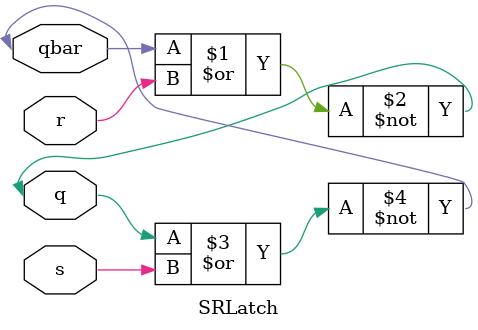
<source format=v>
module SRLatch(s,r,q,qbar);

	input s,r;
	//output reg q;
	inout q,qbar;
	
	nor n1(q,qbar,r);
	nor n2(qbar,q,s);
	
endmodule

/* module sr_latch(input s,r, output q,qbar);
nor n1(q,s,qbar);
nor n2(qbar,r,q);
endmodule */
</source>
